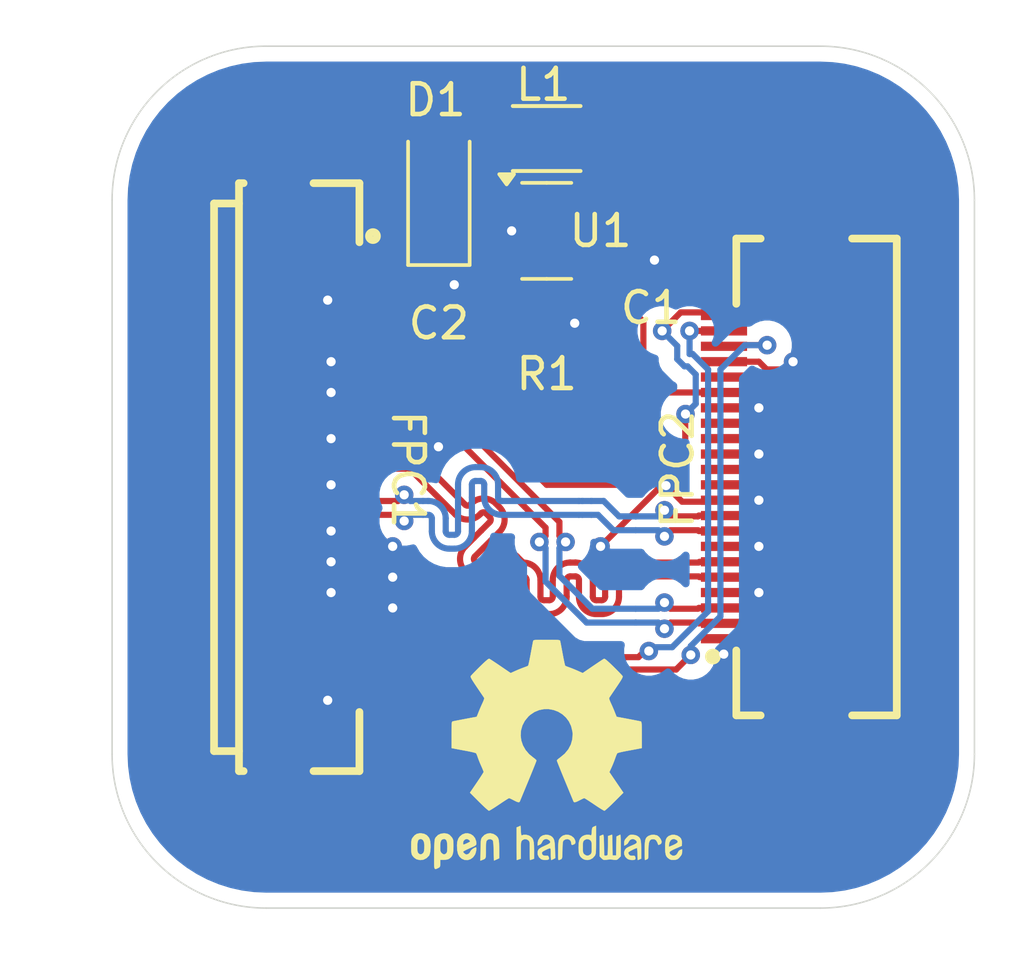
<source format=kicad_pcb>
(kicad_pcb (version 20241229) (generator "pcbnew") (generator_version "9.0")
  (layers (0 "F.Cu" signal) (2 "B.Cu" signal) (13 "F.Paste" user) (15 "B.Paste" user) (5 "F.SilkS" user "F.Silkscreen") (7 "B.SilkS" user "B.Silkscreen") (1 "F.Mask" user) (3 "B.Mask" user) (25 "Edge.Cuts" user))
  (net 0 "")
  (net 1 "GND")
  (net 2 "Net-(D1-A)")
  (net 3 "/DSI_CLK_N")
  (net 4 "/DSI_1_P")
  (net 5 "/DSI_CLK_P")
  (net 6 "/DSI_0_P")
  (net 7 "/RESET")
  (net 8 "/SCL")
  (net 9 "/ANODE")
  (net 10 "/VCC")
  (net 11 "/DSI_1_N")
  (net 12 "/SDA")
  (net 13 "/DSI_0_N")
  (net 14 "Net-(U1-FB)")
  (net 16 "/PWM")
  (footprint "PCM_JLCPCB:R_0805" (layer "F.Cu") (at 112 60.5 180)
    (property "Reference" "R1" (at 0 -1.65 0) (layer "F.SilkS"))
    (property "Value" "33Ω")
    (pad "1" smd roundrect (at -0.91 0 180) (size 1.02 1.4) (layers "F.Cu" "F.Mask" "F.Paste") (roundrect_rratio 0.243902) (net 1 "GND"))
    (pad "2" smd roundrect (at 0.91 0 180) (size 1.02 1.4) (layers "F.Cu" "F.Mask" "F.Paste") (roundrect_rratio 0.243902) (net 14 "Net-(U1-FB)"))
  )
  (footprint "MLZ2012N100LT000:INDC2012X145N" (layer "F.Cu") (at 112 54.5 180)
    (property "Reference" "L1" (at 0.11 1.75 0) (layer "F.SilkS"))
    (property "Value" "MLZ2012N100LT000" (hide yes))
    (pad "1" smd rect (at -0.86 0 180) (size 1.2 1.47) (layers "F.Cu" "F.Mask" "F.Paste") (net 10 "/VCC"))
    (pad "2" smd rect (at 0.86 0 180) (size 1.2 1.47) (layers "F.Cu" "F.Mask" "F.Paste") (net 2 "Net-(D1-A)"))
  )
  (footprint "PCM_JLCPCB:C_0402" (layer "F.Cu") (at 108.5 59.25)
    (property "Reference" "C2" (at 0 1.25 0) (layer "F.SilkS"))
    (property "Value" "1uF")
    (pad "1" smd roundrect (at -0.5 0) (size 0.56 0.62) (layers "F.Cu" "F.Mask" "F.Paste") (net 9 "/ANODE"))
    (pad "2" smd roundrect (at 0.5 0) (size 0.56 0.62) (layers "F.Cu" "F.Mask" "F.Paste") (net 1 "GND"))
  )
  (footprint "Symbol:OSHW-Logo2_9.8x8mm_SilkScreen" (layer "F.Cu") (at 112 74.5)
    (property "Reference" "REF**" (hide yes))
    (property "Value" "OSHW-Logo2_9.8x8mm_SilkScreen" (hide yes))
  )
  (footprint "Diode_SMD:D_SOD-123" (layer "F.Cu") (at 108.5 56.25 90)
    (property "Reference" "D1" (at 3 -0.11 180) (layer "F.SilkS"))
    (property "Value" "MBR0530" (hide yes))
    (pad "1" smd roundrect (at -1.65 0 90) (size 0.9 1.2) (layers "F.Cu" "F.Mask" "F.Paste") (net 9 "/ANODE"))
    (pad "2" smd roundrect (at 1.65 0 90) (size 0.9 1.2) (layers "F.Cu" "F.Mask" "F.Paste") (net 2 "Net-(D1-A)"))
  )
  (footprint "easyeda2kicad:FPC-SMD_30P-P0.50_XUNPU_FPC-05F-30PH15" (layer "F.Cu") (at 104.65 65.5 -90)
    (property "Reference" "FPC1" (at -0.25 -2.85 270) (layer "F.SilkS"))
    (property "Value" "FPC-05F-30PH15")
    (pad "1" smd rect (at -7.25 -1.35 270) (size 0.3 0.9) (layers "F.Cu" "F.Mask" "F.Paste") (net 14 "Net-(U1-FB)"))
    (pad "2" smd rect (at -6.75 -1.35 270) (size 0.3 0.9) (layers "F.Cu" "F.Mask" "F.Paste") (net 14 "Net-(U1-FB)"))
    (pad "3" smd rect (at -6.25 -1.35 270) (size 0.3 0.9) (layers "F.Cu" "F.Mask" "F.Paste") (net 9 "/ANODE"))
    (pad "4" smd rect (at -5.75 -1.35 270) (size 0.3 0.9) (layers "F.Cu" "F.Mask" "F.Paste") (net 1 "GND"))
    (pad "5" smd rect (at -5.25 -1.35 270) (size 0.3 0.9) (layers "F.Cu" "F.Mask" "F.Paste") (net 7 "/RESET"))
    (pad "6" smd rect (at -4.75 -1.35 270) (size 0.3 0.9) (layers "F.Cu" "F.Mask" "F.Paste") (net 1 "GND"))
    (pad "7" smd rect (at -4.25 -1.35 270) (size 0.3 0.9) (layers "F.Cu" "F.Mask" "F.Paste") (net 10 "/VCC"))
    (pad "8" smd rect (at -3.75 -1.35 270) (size 0.3 0.9) (layers "F.Cu" "F.Mask" "F.Paste") (net 1 "GND"))
    (pad "9" smd rect (at -3.25 -1.35 270) (size 0.3 0.9) (layers "F.Cu" "F.Mask" "F.Paste") (net 10 "/VCC"))
    (pad "10" smd rect (at -2.75 -1.35 270) (size 0.3 0.9) (layers "F.Cu" "F.Mask" "F.Paste") (net 1 "GND"))
    (pad "11" smd rect (at -2.25 -1.35 270) (size 0.3 0.9) (layers "F.Cu" "F.Mask" "F.Paste") (net 6 "/DSI_0_P"))
    (pad "12" smd rect (at -1.75 -1.35 270) (size 0.3 0.9) (layers "F.Cu" "F.Mask" "F.Paste") (net 13 "/DSI_0_N"))
    (pad "13" smd rect (at -1.25 -1.35 270) (size 0.3 0.9) (layers "F.Cu" "F.Mask" "F.Paste") (net 1 "GND"))
    (pad "14" smd rect (at -0.75 -1.35 270) (size 0.3 0.9) (layers "F.Cu" "F.Mask" "F.Paste") (net 4 "/DSI_1_P"))
    (pad "15" smd rect (at -0.25 -1.35 270) (size 0.3 0.9) (layers "F.Cu" "F.Mask" "F.Paste") (net 11 "/DSI_1_N"))
    (pad "16" smd rect (at 0.25 -1.35 270) (size 0.3 0.9) (layers "F.Cu" "F.Mask" "F.Paste") (net 1 "GND"))
    (pad "17" smd rect (at 0.75 -1.35 270) (size 0.3 0.9) (layers "F.Cu" "F.Mask" "F.Paste") (net 5 "/DSI_CLK_P"))
    (pad "18" smd rect (at 1.25 -1.35 270) (size 0.3 0.9) (layers "F.Cu" "F.Mask" "F.Paste") (net 3 "/DSI_CLK_N"))
    (pad "19" smd rect (at 1.75 -1.35 270) (size 0.3 0.9) (layers "F.Cu" "F.Mask" "F.Paste") (net 1 "GND"))
    (pad "20" smd rect (at 2.25 -1.35 270) (size 0.3 0.9) (layers "F.Cu" "F.Mask" "F.Paste") (net 1 "GND"))
    (pad "21" smd rect (at 2.75 -1.35 270) (size 0.3 0.9) (layers "F.Cu" "F.Mask" "F.Paste") (net 1 "GND"))
    (pad "22" smd rect (at 3.25 -1.35 270) (size 0.3 0.9) (layers "F.Cu" "F.Mask" "F.Paste") (net 1 "GND"))
    (pad "23" smd rect (at 3.75 -1.35 270) (size 0.3 0.9) (layers "F.Cu" "F.Mask" "F.Paste") (net 1 "GND"))
    (pad "24" smd rect (at 4.25 -1.35 270) (size 0.3 0.9) (layers "F.Cu" "F.Mask" "F.Paste") (net 1 "GND"))
    (pad "25" smd rect (at 4.75 -1.35 270) (size 0.3 0.9) (layers "F.Cu" "F.Mask" "F.Paste"))
    (pad "26" smd rect (at 5.25 -1.35 270) (size 0.3 0.9) (layers "F.Cu" "F.Mask" "F.Paste") (net 12 "/SDA"))
    (pad "27" smd rect (at 5.75 -1.35 270) (size 0.3 0.9) (layers "F.Cu" "F.Mask" "F.Paste") (net 8 "/SCL"))
    (pad "28" smd rect (at 6.25 -1.35 270) (size 0.3 0.9) (layers "F.Cu" "F.Mask" "F.Paste") (net 7 "/RESET"))
    (pad "29" smd rect (at 6.75 -1.35 270) (size 0.3 0.9) (layers "F.Cu" "F.Mask" "F.Paste") (net 10 "/VCC"))
    (pad "30" smd rect (at 7.25 -1.35 270) (size 0.3 0.9) (layers "F.Cu" "F.Mask" "F.Paste") (net 1 "GND"))
    (pad "31" smd rect (at 9.4 1.35 270) (size 1.1 1.8) (layers "F.Cu" "F.Mask" "F.Paste"))
    (pad "32" smd rect (at -9.4 1.35 270) (size 1.1 1.8) (layers "F.Cu" "F.Mask" "F.Paste"))
  )
  (footprint "Package_TO_SOT_SMD:SOT-23-5" (layer "F.Cu") (at 112 57.5)
    (property "Reference" "U1" (at 1.75 0 0) (layer "F.SilkS"))
    (property "Value" "TPS61041DBV")
    (pad "1" smd roundrect (at -1.1375 -0.95) (size 1.325 0.6) (layers "F.Cu" "F.Mask" "F.Paste") (net 2 "Net-(D1-A)"))
    (pad "2" smd roundrect (at -1.1375 0) (size 1.325 0.6) (layers "F.Cu" "F.Mask" "F.Paste") (net 1 "GND"))
    (pad "3" smd roundrect (at -1.1375 0.95) (size 1.325 0.6) (layers "F.Cu" "F.Mask" "F.Paste") (net 14 "Net-(U1-FB)"))
    (pad "4" smd roundrect (at 1.1375 0.95) (size 1.325 0.6) (layers "F.Cu" "F.Mask" "F.Paste") (net 16 "/PWM"))
    (pad "5" smd roundrect (at 1.1375 -0.95) (size 1.325 0.6) (layers "F.Cu" "F.Mask" "F.Paste") (net 10 "/VCC"))
  )
  (footprint "easyeda2kicad:FPC-SMD_22P-P0.50_FPC-05F-22PH20" (layer "F.Cu") (at 119.0975 65.5 90)
    (property "Reference" "FPC2" (at 0.25 -2.8475 90) (layer "F.SilkS"))
    (property "Value" "FPC-05F-22PH20")
    (pad "1" smd rect (at -5.25 -1.34 90) (size 0.3 1.5) (layers "F.Cu" "F.Mask" "F.Paste") (net 1 "GND"))
    (pad "2" smd rect (at -4.75 -1.34 90) (size 0.3 1.5) (layers "F.Cu" "F.Mask" "F.Paste") (net 13 "/DSI_0_N"))
    (pad "3" smd rect (at -4.25 -1.34 90) (size 0.3 1.5) (layers "F.Cu" "F.Mask" "F.Paste") (net 6 "/DSI_0_P"))
    (pad "4" smd rect (at -3.75 -1.34 90) (size 0.3 1.5) (layers "F.Cu" "F.Mask" "F.Paste") (net 1 "GND"))
    (pad "5" smd rect (at -3.25 -1.34 90) (size 0.3 1.5) (layers "F.Cu" "F.Mask" "F.Paste") (net 11 "/DSI_1_N"))
    (pad "6" smd rect (at -2.75 -1.34 90) (size 0.3 1.5) (layers "F.Cu" "F.Mask" "F.Paste") (net 4 "/DSI_1_P"))
    (pad "7" smd rect (at -2.25 -1.34 90) (size 0.3 1.5) (layers "F.Cu" "F.Mask" "F.Paste") (net 1 "GND"))
    (pad "8" smd rect (at -1.75 -1.34 90) (size 0.3 1.5) (layers "F.Cu" "F.Mask" "F.Paste") (net 3 "/DSI_CLK_N"))
    (pad "9" smd rect (at -1.25 -1.34 90) (size 0.3 1.5) (layers "F.Cu" "F.Mask" "F.Paste") (net 5 "/DSI_CLK_P"))
    (pad "10" smd rect (at -0.75 -1.34 90) (size 0.3 1.5) (layers "F.Cu" "F.Mask" "F.Paste") (net 1 "GND"))
    (pad "11" smd rect (at -0.25 -1.34 90) (size 0.3 1.5) (layers "F.Cu" "F.Mask" "F.Paste"))
    (pad "12" smd rect (at 0.25 -1.34 90) (size 0.3 1.5) (layers "F.Cu" "F.Mask" "F.Paste"))
    (pad "13" smd rect (at 0.75 -1.34 90) (size 0.3 1.5) (layers "F.Cu" "F.Mask" "F.Paste") (net 1 "GND"))
    (pad "14" smd rect (at 1.25 -1.34 90) (size 0.3 1.5) (layers "F.Cu" "F.Mask" "F.Paste"))
    (pad "15" smd rect (at 1.75 -1.34 90) (size 0.3 1.5) (layers "F.Cu" "F.Mask" "F.Paste"))
    (pad "16" smd rect (at 2.25 -1.34 90) (size 0.3 1.5) (layers "F.Cu" "F.Mask" "F.Paste") (net 1 "GND"))
    (pad "17" smd rect (at 2.75 -1.34 90) (size 0.3 1.5) (layers "F.Cu" "F.Mask" "F.Paste") (net 16 "/PWM"))
    (pad "18" smd rect (at 3.25 -1.34 90) (size 0.3 1.5) (layers "F.Cu" "F.Mask" "F.Paste") (net 7 "/RESET"))
    (pad "19" smd rect (at 3.75 -1.34 90) (size 0.3 1.5) (layers "F.Cu" "F.Mask" "F.Paste") (net 1 "GND"))
    (pad "20" smd rect (at 4.25 -1.34 90) (size 0.3 1.5) (layers "F.Cu" "F.Mask" "F.Paste") (net 8 "/SCL"))
    (pad "21" smd rect (at 4.75 -1.34 90) (size 0.3 1.5) (layers "F.Cu" "F.Mask" "F.Paste") (net 12 "/SDA"))
    (pad "22" smd rect (at 5.25 -1.34 90) (size 0.3 1.5) (layers "F.Cu" "F.Mask" "F.Paste") (net 10 "/VCC"))
    (pad "23" smd rect (at 6.94 1.34 90) (size 2 2.5) (layers "F.Cu" "F.Mask" "F.Paste"))
    (pad "24" smd rect (at -6.94 1.34 90) (size 2 2.5) (layers "F.Cu" "F.Mask" "F.Paste"))
  )
  (footprint "PCM_JLCPCB:C_0805" (layer "F.Cu") (at 115.5 57.5 -90)
    (property "Reference" "C1" (at 2.5 0.11 180) (layer "F.SilkS"))
    (property "Value" "4.7uF")
    (pad "1" smd roundrect (at -0.95 0 270) (size 1 1.45) (layers "F.Cu" "F.Mask" "F.Paste") (net 10 "/VCC"))
    (pad "2" smd roundrect (at 0.95 0 270) (size 1 1.45) (layers "F.Cu" "F.Mask" "F.Paste") (net 1 "GND"))
  )
  (gr_arc (start 97.89 56.5) (mid 99.354466 52.964466) (end 102.89 51.5) (stroke (width 0.05)) (layer "Edge.Cuts"))
  (gr_line (start 102.89 51.5) (end 120.89 51.5) (stroke (width 0.05)) (layer "Edge.Cuts"))
  (gr_line (start 97.89 74.5) (end 97.89 56.5) (stroke (width 0.05)) (layer "Edge.Cuts"))
  (gr_line (start 120.89 79.5) (end 102.89 79.5) (stroke (width 0.05)) (layer "Edge.Cuts"))
  (gr_arc (start 125.89 74.5) (mid 124.425534 78.035534) (end 120.89 79.5) (stroke (width 0.05)) (layer "Edge.Cuts"))
  (gr_arc (start 102.89 79.5) (mid 99.354466 78.035534) (end 97.89 74.5) (stroke (width 0.05)) (layer "Edge.Cuts"))
  (gr_arc (start 120.89 51.5) (mid 124.425534 52.964466) (end 125.89 56.5) (stroke (width 0.05)) (layer "Edge.Cuts"))
  (gr_line (start 125.89 56.5) (end 125.89 74.5) (stroke (width 0.05)) (layer "Edge.Cuts"))
  (segment (start 117.89 66.25) (end 118.89 66.25) (width 0.2) (layer "F.Cu") (net 1))
  (segment (start 117.7575 70.75) (end 117.7575 71.2425) (width 0.2) (layer "F.Cu") (net 1))
  (segment (start 105.89 60.75) (end 105.841 60.799) (width 0.2) (layer "F.Cu") (net 1))
  (segment (start 118.89 61.75) (end 119.141923 62.001923) (width 0.2) (layer "F.Cu") (net 1))
  (segment (start 118.7595 67.75) (end 118.8085 67.701) (width 0.2) (layer "F.Cu") (net 1))
  (segment (start 106 69.75) (end 107 69.75) (width 0.2) (layer "F.Cu") (net 1))
  (segment (start 105.89 72.75) (end 104.89 72.75) (width 0.2) (layer "F.Cu") (net 1))
  (segment (start 115.874738 65.775075) (end 115.724925 65.775075) (width 0.2) (layer "F.Cu") (net 1))
  (segment (start 106 59.75) (end 106.702 59.75) (width 0.2) (layer "F.Cu") (net 1))
  (segment (start 117.7575 67.75) (end 118.7595 67.75) (width 0.2) (layer "F.Cu") (net 1))
  (segment (start 108.223272 64.25) (end 108.486636 64.513364) (width 0.2) (layer "F.Cu") (net 1))
  (segment (start 118.8085 66.299) (end 116.398663 66.299) (width 0.2) (layer "F.Cu") (net 1))
  (segment (start 116.398663 66.299) (end 115.874738 65.775075) (width 0.2) (layer "F.Cu") (net 1))
  (segment (start 105 64.25) (end 105.89 64.25) (width 0.2) (layer "F.Cu") (net 1))
  (segment (start 106 69.25) (end 105 69.25) (width 0.2) (layer "F.Cu") (net 1))
  (segment (start 106.751 59.799) (end 106.751 60.548) (width 0.2) (layer "F.Cu") (net 1))
  (segment (start 106 67.75) (end 107 67.75) (width 0.2) (layer "F.Cu") (net 1))
  (segment (start 106.702 59.75) (end 106.751 59.799) (width 0.2) (layer "F.Cu") (net 1))
  (segment (start 119.748077 62.001923) (end 120 61.75) (width 0.2) (layer "F.Cu") (net 1))
  (segment (start 117.89 61.75) (end 118.89 61.75) (width 0.2) (layer "F.Cu") (net 1))
  (segment (start 106.751 60.548) (end 106.549 60.75) (width 0.2) (layer "F.Cu") (net 1))
  (segment (start 117.7575 71.2425) (end 117.75 71.25) (width 0.2) (layer "F.Cu") (net 1))
  (segment (start 105 67.25) (end 105.89 67.25) (width 0.2) (layer "F.Cu") (net 1))
  (segment (start 117.89 67.75) (end 118.89 67.75) (width 0.2) (layer "F.Cu") (net 1))
  (segment (start 105 62.75) (end 105.89 62.75) (width 0.2) (layer "F.Cu") (net 1))
  (segment (start 105 65.75) (end 105.89 65.75) (width 0.2) (layer "F.Cu") (net 1))
  (segment (start 106 68.25) (end 105 68.25) (width 0.2) (layer "F.Cu") (net 1))
  (segment (start 104.89 61.75) (end 105.89 61.75) (width 0.2) (layer "F.Cu") (net 1))
  (segment (start 105.94 59.75) (end 104.89 59.75) (width 0.2) (layer "F.Cu") (net 1))
  (segment (start 105.94 60.75) (end 105.89 60.75) (width 0.2) (layer "F.Cu") (net 1))
  (segment (start 117.89 64.75) (end 118.89 64.75) (width 0.2) (layer "F.Cu") (net 1))
  (segment (start 115.724925 65.775075) (end 113.75 67.75) (width 0.2) (layer "F.Cu") (net 1))
  (segment (start 117.89 69.25) (end 118.89 69.25) (width 0.2) (layer "F.Cu") (net 1))
  (segment (start 117.89 63.25) (end 118.89 63.25) (width 0.2) (layer "F.Cu") (net 1))
  (segment (start 110.8625 57.5) (end 110.5 57.5) (width 0.2) (layer "F.Cu") (net 1))
  (segment (start 106.549 60.75) (end 106 60.75) (width 0.2) (layer "F.Cu") (net 1))
  (segment (start 106 68.75) (end 107 68.75) (width 0.2) (layer "F.Cu") (net 1))
  (segment (start 119.141923 62.001923) (end 119.748077 62.001923) (width 0.2) (layer "F.Cu") (net 1))
  (segment (start 106 64.25) (end 108.223272 64.25) (width 0.2) (layer "F.Cu") (net 1))
  (segment (start 109 59) (end 109 59.25) (width 0.2) (layer "F.Cu") (net 1))
  (via (at 110.8625 57.5) (size 0.6) (drill 0.3) (layers "F.Cu" "B.Cu") (net 1))
  (via (at 112.91 60.5) (size 0.6) (drill 0.3) (layers "F.Cu" "B.Cu") (net 1))
  (via (at 105 69.25) (size 0.6) (drill 0.3) (layers "F.Cu" "B.Cu") (net 1))
  (via (at 117.75 71.25) (size 0.6) (drill 0.3) (layers "F.Cu" "B.Cu") (net 1))
  (via (at 105 65.75) (size 0.6) (drill 0.3) (layers "F.Cu" "B.Cu") (net 1))
  (via (at 104.89 59.75) (size 0.6) (drill 0.3) (layers "F.Cu" "B.Cu") (net 1))
  (via (at 105 64.25) (size 0.6) (drill 0.3) (layers "F.Cu" "B.Cu") (net 1))
  (via (at 118.89 63.25) (size 0.6) (drill 0.3) (layers "F.Cu" "B.Cu") (net 1))
  (via (at 105 67.25) (size 0.6) (drill 0.3) (layers "F.Cu" "B.Cu") (net 1))
  (via (at 105 68.25) (size 0.6) (drill 0.3) (layers "F.Cu" "B.Cu") (net 1))
  (via (at 107 68.75) (size 0.6) (drill 0.3) (layers "F.Cu" "B.Cu") (net 1))
  (via (at 108.486636 64.513364) (size 0.6) (drill 0.3) (layers "F.Cu" "B.Cu") (net 1))
  (via (at 107 69.75) (size 0.6) (drill 0.3) (layers "F.Cu" "B.Cu") (net 1))
  (via (at 115.5 58.45) (size 0.6) (drill 0.3) (layers "F.Cu" "B.Cu") (net 1))
  (via (at 115.874738 65.775075) (size 0.6) (drill 0.3) (layers "F.Cu" "B.Cu") (net 1))
  (via (at 104.89 72.75) (size 0.6) (drill 0.3) (layers "F.Cu" "B.Cu") (net 1))
  (via (at 105 62.75) (size 0.6) (drill 0.3) (layers "F.Cu" "B.Cu") (net 1))
  (via (at 118.89 66.25) (size 0.6) (drill 0.3) (layers "F.Cu" "B.Cu") (net 1))
  (via (at 120 61.75) (size 0.6) (drill 0.3) (layers "F.Cu" "B.Cu") (net 1))
  (via (at 118.89 64.75) (size 0.6) (drill 0.3) (layers "F.Cu" "B.Cu") (net 1))
  (via (at 107 67.75) (size 0.6) (drill 0.3) (layers "F.Cu" "B.Cu") (net 1))
  (via (at 118.89 67.75) (size 0.6) (drill 0.3) (layers "F.Cu" "B.Cu") (net 1))
  (via (at 118.89 69.25) (size 0.6) (drill 0.3) (layers "F.Cu" "B.Cu") (net 1))
  (via (at 109 59.25) (size 0.6) (drill 0.3) (layers "F.Cu" "B.Cu") (net 1))
  (via (at 105 61.75) (size 0.6) (drill 0.3) (layers "F.Cu" "B.Cu") (net 1))
  (via (at 113.75 67.75) (size 0.6) (drill 0.3) (layers "F.Cu" "B.Cu") (net 1))
  (segment (start 110.8625 57.5) (end 110.75 57.5) (width 0.2) (layer "B.Cu") (net 1))
  (segment (start 111.39 54.5) (end 108.9 54.5) (width 0.2) (layer "F.Cu") (net 2))
  (segment (start 110.8625 56.55) (end 111.39 56.0225) (width 0.2) (layer "F.Cu") (net 2))
  (segment (start 111.39 56.0225) (end 111.39 54.5) (width 0.2) (layer "F.Cu") (net 2))
  (segment (start 115.82472 67.425) (end 116.02472 67.225) (width 0.2) (layer "F.Cu") (net 3))
  (segment (start 116.914999 67.225) (end 116.939999 67.25) (width 0.2) (layer "F.Cu") (net 3))
  (segment (start 116.939999 67.25) (end 117.765 67.25) (width 0.2) (layer "F.Cu") (net 3))
  (segment (start 107.173497 66.725001) (end 107.373496 66.925) (width 0.2) (layer "F.Cu") (net 3))
  (segment (start 116.02472 67.225) (end 116.914999 67.225) (width 0.2) (layer "F.Cu") (net 3))
  (segment (start 105.89 66.75) (end 105.914999 66.725001) (width 0.2) (layer "F.Cu") (net 3))
  (segment (start 105.964999 66.725001) (end 107.173497 66.725001) (width 0.2) (layer "F.Cu") (net 3))
  (segment (start 105.94 66.75) (end 105.964999 66.725001) (width 0.2) (layer "F.Cu") (net 3))
  (via (at 115.82472 67.425) (size 0.6) (drill 0.3) (layers "F.Cu" "B.Cu") (net 3))
  (via (at 107.373496 66.925) (size 0.6) (drill 0.3) (layers "F.Cu" "B.Cu") (net 3))
  (segment (start 108.15705 66.725) (end 107.98705 66.725) (width 0.2) (layer "B.Cu") (net 3))
  (segment (start 113.451734 66.725) (end 113.160266 66.725) (width 0.2) (layer "B.Cu") (net 3))
  (segment (start 113.043679 66.725) (end 110.53705 66.725) (width 0.2) (layer "B.Cu") (net 3))
  (segment (start 109.57205 66.84) (end 109.57205 67.258954) (width 0.2) (layer "B.Cu") (net 3))
  (segment (start 115.82472 67.425) (end 115.624721 67.225001) (width 0.2) (layer "B.Cu") (net 3))
  (segment (start 115.624721 67.225001) (end 114.890001 67.225001) (width 0.2) (layer "B.Cu") (net 3))
  (segment (start 113.160266 66.725) (end 113.043679 66.725) (width 0.2) (layer "B.Cu") (net 3))
  (segment (start 113.664812 66.725) (end 113.451734 66.725) (width 0.2) (layer "B.Cu") (net 3))
  (segment (start 108.27205 67.258954) (end 108.27205 66.84) (width 0.2) (layer "B.Cu") (net 3))
  (segment (start 114.890001 67.225001) (end 114.89 67.225) (width 0.2) (layer "B.Cu") (net 3))
  (segment (start 107.98705 66.725) (end 107.573496 66.725) (width 0.2) (layer "B.Cu") (net 3))
  (segment (start 107.573496 66.725) (end 107.373496 66.925) (width 0.2) (layer "B.Cu") (net 3))
  (segment (start 109.57205 65.741046) (end 109.57205 66.16) (width 0.2) (layer "B.Cu") (net 3))
  (segment (start 109.97205 66.16) (end 109.97205 65.741046) (width 0.2) (layer "B.Cu") (net 3))
  (segment (start 109.85705 65.626046) (end 109.68705 65.626046) (width 0.2) (layer "B.Cu") (net 3))
  (segment (start 109.00705 67.823954) (end 108.83705 67.823954) (width 0.2) (layer "B.Cu") (net 3))
  (segment (start 114.164812 67.225) (end 113.664812 66.725) (width 0.2) (layer "B.Cu") (net 3))
  (segment (start 109.57205 66.16) (end 109.57205 66.84) (width 0.2) (layer "B.Cu") (net 3))
  (segment (start 114.89 67.225) (end 114.164812 67.225) (width 0.2) (layer "B.Cu") (net 3))
  (arc (start 110.53705 66.725) (mid 110.137535 66.559515) (end 109.97205 66.16) (width 0.2) (layer "B.Cu") (net 3))
  (arc (start 108.83705 67.823954) (mid 108.437535 67.658469) (end 108.27205 67.258954) (width 0.2) (layer "B.Cu") (net 3))
  (arc (start 109.68705 65.626046) (mid 109.605733 65.659729) (end 109.57205 65.741046) (width 0.2) (layer "B.Cu") (net 3))
  (arc (start 109.57205 67.258954) (mid 109.406565 67.658469) (end 109.00705 67.823954) (width 0.2) (layer "B.Cu") (net 3))
  (arc (start 108.27205 66.84) (mid 108.238367 66.758683) (end 108.15705 66.725) (width 0.2) (layer "B.Cu") (net 3))
  (arc (start 109.97205 65.741046) (mid 109.938367 65.659729) (end 109.85705 65.626046) (width 0.2) (layer "B.Cu") (net 3))
  (segment (start 109.352207 66.394009) (end 109.231999 66.273802) (width 0.2) (layer "F.Cu") (net 4))
  (segment (start 110.46903 66.479266) (end 110.348821 66.359057) (width 0.2) (layer "F.Cu") (net 4))
  (segment (start 114.940001 68.274999) (end 114.940002 68.275) (width 0.2) (layer "F.Cu") (net 4))
  (segment (start 113.898198 69.385) (end 113.898198 68.84) (width 0.2) (layer "F.Cu") (net 4))
  (segment (start 109.791045 68.35933) (end 109.670836 68.239121) (width 0.2) (layer "F.Cu") (net 4))
  (segment (start 109.670837 68.076487) (end 109.953245 67.794076) (width 0.2) (layer "F.Cu") (net 4))
  (segment (start 114.940002 68.275) (end 116.939999 68.275) (width 0.2) (layer "F.Cu") (net 4))
  (segment (start 111.798198 68.84) (end 111.798198 69.385) (width 0.2) (layer "F.Cu") (net 4))
  (segment (start 113.498198 68.84) (end 113.498198 69.385) (width 0.2) (layer "F.Cu") (net 4))
  (segment (start 109.231999 66.273802) (end 107.733198 64.775) (width 0.2) (layer "F.Cu") (net 4))
  (segment (start 113.613198 69.5) (end 113.783198 69.5) (width 0.2) (layer "F.Cu") (net 4))
  (segment (start 110.193662 67.553662) (end 110.434077 67.313246) (width 0.2) (layer "F.Cu") (net 4))
  (segment (start 109.549794 66.359057) (end 109.514841 66.394009) (width 0.2) (layer "F.Cu") (net 4))
  (segment (start 114.463198 68.275) (end 114.633198 68.275) (width 0.2) (layer "F.Cu") (net 4))
  (segment (start 106.890001 64.775) (end 106.865001 64.75) (width 0.2) (layer "F.Cu") (net 4))
  (segment (start 110.193661 67.55366) (end 110.193662 67.553662) (width 0.2) (layer "F.Cu") (net 4))
  (segment (start 111.233198 68.275) (end 111.03512 68.076922) (width 0.2) (layer "F.Cu") (net 4))
  (segment (start 110.434077 67.313246) (end 110.46903 67.278294) (width 0.2) (layer "F.Cu") (net 4))
  (segment (start 107.733198 64.775) (end 106.890001 64.775) (width 0.2) (layer "F.Cu") (net 4))
  (segment (start 111.913198 69.5) (end 112.083198 69.5) (width 0.2) (layer "F.Cu") (net 4))
  (segment (start 112.763198 68.275) (end 112.933198 68.275) (width 0.2) (layer "F.Cu") (net 4))
  (segment (start 114.640001 68.274999) (end 114.940001 68.274999) (width 0.2) (layer "F.Cu") (net 4))
  (segment (start 114.633198 68.275) (end 114.64 68.275) (width 0.2) (layer "F.Cu") (net 4))
  (segment (start 106.865001 64.75) (end 105.89 64.75) (width 0.2) (layer "F.Cu") (net 4))
  (segment (start 114.64 68.275) (end 114.640001 68.274999) (width 0.2) (layer "F.Cu") (net 4))
  (segment (start 111.03512 68.076922) (end 111.035118 68.076921) (width 0.2) (layer "F.Cu") (net 4))
  (segment (start 116.964999 68.25) (end 117.94 68.25) (width 0.2) (layer "F.Cu") (net 4))
  (segment (start 109.953245 67.794076) (end 110.193661 67.55366) (width 0.2) (layer "F.Cu") (net 4))
  (segment (start 110.23609 68.076921) (end 109.953681 68.359331) (width 0.2) (layer "F.Cu") (net 4))
  (segment (start 112.198198 69.385) (end 112.198198 68.84) (width 0.2) (layer "F.Cu") (net 4))
  (arc (start 113.498198 69.385) (mid 113.531881 69.466317) (end 113.613198 69.5) (width 0.2) (layer "F.Cu") (net 4))
  (arc (start 111.035118 68.076921) (mid 110.635604 67.911437) (end 110.23609 68.076921) (width 0.2) (layer "F.Cu") (net 4))
  (arc (start 112.083198 69.5) (mid 112.164515 69.466317) (end 112.198198 69.385) (width 0.2) (layer "F.Cu") (net 4))
  (arc (start 110.46903 67.278294) (mid 110.634514 66.87878) (end 110.46903 66.479266) (width 0.2) (layer "F.Cu") (net 4))
  (arc (start 113.898198 68.84) (mid 114.063683 68.440485) (end 114.463198 68.275) (width 0.2) (layer "F.Cu") (net 4))
  (arc (start 109.670836 68.239121) (mid 109.637153 68.157804) (end 109.670837 68.076487) (width 0.2) (layer "F.Cu") (net 4))
  (arc (start 113.783198 69.5) (mid 113.864515 69.466317) (end 113.898198 69.385) (width 0.2) (layer "F.Cu") (net 4))
  (arc (start 112.198198 68.84) (mid 112.363683 68.440485) (end 112.763198 68.275) (width 0.2) (layer "F.Cu") (net 4))
  (arc (start 109.953681 68.359331) (mid 109.872362 68.393013) (end 109.791045 68.35933) (width 0.2) (layer "F.Cu") (net 4))
  (arc (start 112.933198 68.275) (mid 113.332713 68.440485) (end 113.498198 68.84) (width 0.2) (layer "F.Cu") (net 4))
  (arc (start 111.798198 69.385) (mid 111.831881 69.466317) (end 111.913198 69.5) (width 0.2) (layer "F.Cu") (net 4))
  (arc (start 109.514841 66.394009) (mid 109.433524 66.427692) (end 109.352207 66.394009) (width 0.2) (layer "F.Cu") (net 4))
  (arc (start 110.348821 66.359057) (mid 109.949308 66.193573) (end 109.549794 66.359057) (width 0.2) (layer "F.Cu") (net 4))
  (arc (start 111.233198 68.275) (mid 111.632713 68.440485) (end 111.798198 68.84) (width 0.2) (layer "F.Cu") (net 4))
  (segment (start 116.02472 66.775) (end 116.914999 66.775) (width 0.2) (layer "F.Cu") (net 5))
  (segment (start 105.94 66.25) (end 105.964999 66.274999) (width 0.2) (layer "F.Cu") (net 5))
  (segment (start 107.173497 66.274999) (end 107.373496 66.075) (width 0.2) (layer "F.Cu") (net 5))
  (segment (start 116.914999 66.775) (end 116.939999 66.75) (width 0.2) (layer "F.Cu") (net 5))
  (segment (start 105.964999 66.274999) (end 107.173497 66.274999) (width 0.2) (layer "F.Cu") (net 5))
  (segment (start 116.939999 66.75) (end 117.765 66.75) (width 0.2) (layer "F.Cu") (net 5))
  (segment (start 105.89 66.25) (end 105.914999 66.274999) (width 0.2) (layer "F.Cu") (net 5))
  (segment (start 115.82472 66.575) (end 116.02472 66.775) (width 0.2) (layer "F.Cu") (net 5))
  (segment (start 117.765 66.75) (end 117.28758 66.75) (width 0.2) (layer "F.Cu") (net 5))
  (via (at 107.373496 66.075) (size 0.6) (drill 0.3) (layers "F.Cu" "B.Cu") (net 5))
  (via (at 115.82472 66.575) (size 0.6) (drill 0.3) (layers "F.Cu" "B.Cu") (net 5))
  (segment (start 109.00705 67.373954) (end 108.83705 67.373954) (width 0.2) (layer "B.Cu") (net 5))
  (segment (start 114.890001 66.774999) (end 114.89 66.775) (width 0.2) (layer "B.Cu") (net 5))
  (segment (start 115.82472 66.575) (end 115.624721 66.774999) (width 0.2) (layer "B.Cu") (net 5))
  (segment (start 109.12205 66.84) (end 109.12205 67.258954) (width 0.2) (layer "B.Cu") (net 5))
  (segment (start 114.89 66.775) (end 114.351208 66.775) (width 0.2) (layer "B.Cu") (net 5))
  (segment (start 114.351208 66.775) (end 113.851208 66.275) (width 0.2) (layer "B.Cu") (net 5))
  (segment (start 110.42205 66.16) (end 110.42205 65.741046) (width 0.2) (layer "B.Cu") (net 5))
  (segment (start 113.043679 66.275) (end 110.53705 66.275) (width 0.2) (layer "B.Cu") (net 5))
  (segment (start 109.12205 66.16) (end 109.12205 66.84) (width 0.2) (layer "B.Cu") (net 5))
  (segment (start 107.98705 66.275) (end 107.573496 66.275) (width 0.2) (layer "B.Cu") (net 5))
  (segment (start 108.15705 66.275) (end 107.98705 66.275) (width 0.2) (layer "B.Cu") (net 5))
  (segment (start 113.851208 66.275) (end 113.451734 66.275) (width 0.2) (layer "B.Cu") (net 5))
  (segment (start 113.451734 66.275) (end 113.160266 66.275) (width 0.2) (layer "B.Cu") (net 5))
  (segment (start 109.85705 65.176046) (end 109.68705 65.176046) (width 0.2) (layer "B.Cu") (net 5))
  (segment (start 113.160266 66.275) (end 113.043679 66.275) (width 0.2) (layer "B.Cu") (net 5))
  (segment (start 109.12205 65.741046) (end 109.12205 66.16) (width 0.2) (layer "B.Cu") (net 5))
  (segment (start 115.624721 66.774999) (end 114.890001 66.774999) (width 0.2) (layer "B.Cu") (net 5))
  (segment (start 107.573496 66.275) (end 107.373496 66.075) (width 0.2) (layer "B.Cu") (net 5))
  (segment (start 108.72205 67.258954) (end 108.72205 66.84) (width 0.2) (layer "B.Cu") (net 5))
  (arc (start 110.42205 65.741046) (mid 110.256565 65.341531) (end 109.85705 65.176046) (width 0.2) (layer "B.Cu") (net 5))
  (arc (start 108.72205 66.84) (mid 108.556565 66.440485) (end 108.15705 66.275) (width 0.2) (layer "B.Cu") (net 5))
  (arc (start 110.53705 66.275) (mid 110.455733 66.241317) (end 110.42205 66.16) (width 0.2) (layer "B.Cu") (net 5))
  (arc (start 108.83705 67.373954) (mid 108.755733 67.340271) (end 108.72205 67.258954) (width 0.2) (layer "B.Cu") (net 5))
  (arc (start 109.68705 65.176046) (mid 109.287535 65.341531) (end 109.12205 65.741046) (width 0.2) (layer "B.Cu") (net 5))
  (arc (start 109.12205 67.258954) (mid 109.088367 67.340271) (end 109.00705 67.373954) (width 0.2) (layer "B.Cu") (net 5))
  (segment (start 106.790001 63.275) (end 108.733198 63.275) (width 0.2) (layer "F.Cu") (net 6))
  (segment (start 116.939999 69.75) (end 117.765 69.75) (width 0.2) (layer "F.Cu") (net 6))
  (segment (start 116.02472 69.775) (end 116.914999 69.775) (width 0.2) (layer "F.Cu") (net 6))
  (segment (start 108.733198 63.275) (end 112.41414 66.955942) (width 0.2) (layer "F.Cu") (net 6))
  (segment (start 112.41414 66.955942) (end 112.41414 67.406291) (width 0.2) (layer "F.Cu") (net 6))
  (segment (start 106.765001 63.25) (end 106.790001 63.275) (width 0.2) (layer "F.Cu") (net 6))
  (segment (start 116.914999 69.775) (end 116.939999 69.75) (width 0.2) (layer "F.Cu") (net 6))
  (segment (start 105.94 63.25) (end 106.765001 63.25) (width 0.2) (layer "F.Cu") (net 6))
  (segment (start 112.41414 67.406291) (end 112.614139 67.60629) (width 0.2) (layer "F.Cu") (net 6))
  (segment (start 115.82472 69.575) (end 116.02472 69.775) (width 0.2) (layer "F.Cu") (net 6))
  (via (at 112.614139 67.60629) (size 0.6) (drill 0.3) (layers "F.Cu" "B.Cu") (net 6))
  (via (at 115.82472 69.575) (size 0.6) (drill 0.3) (layers "F.Cu" "B.Cu") (net 6))
  (segment (start 114.89 69.775) (end 114.890001 69.774999) (width 0.2) (layer "B.Cu") (net 6))
  (segment (start 112.414139 68.705941) (end 113.483198 69.775) (width 0.2) (layer "B.Cu") (net 6))
  (segment (start 114.890001 69.774999) (end 115.624721 69.774999) (width 0.2) (layer "B.Cu") (net 6))
  (segment (start 113.483198 69.775) (end 114.89 69.775) (width 0.2) (layer "B.Cu") (net 6))
  (segment (start 115.624721 69.774999) (end 115.82472 69.575) (width 0.2) (layer "B.Cu") (net 6))
  (segment (start 112.414139 67.80629) (end 112.414139 68.705941) (width 0.2) (layer "B.Cu") (net 6))
  (segment (start 112.614139 67.60629) (end 112.414139 67.80629) (width 0.2) (layer "B.Cu") (net 6))
  (segment (start 107.702 72.25) (end 107.202 72.25) (width 0.2) (layer "F.Cu") (net 7))
  (segment (start 106.751 73.201) (end 106.601 73.351) (width 0.2) (layer "F.Cu") (net 7))
  (segment (start 107.202 72.25) (end 106.751 72.701) (width 0.2) (layer "F.Cu") (net 7))
  (segment (start 102.998 71.707943) (end 102.998 62.103) (width 0.2) (layer "F.Cu") (net 7))
  (segment (start 119.5 70.349943) (end 117.599943 72.25) (width 0.2) (layer "F.Cu") (net 7))
  (segment (start 117.7575 62.25) (end 118.8229 62.25) (width 0.2) (layer "F.Cu") (net 7))
  (segment (start 106.751 72.701) (end 106.751 73.201) (width 0.2) (layer "F.Cu") (net 7))
  (segment (start 105.149 60.351) (end 105.25 60.25) (width 0.2) (layer "F.Cu") (net 7))
  (segment (start 102.998 62.103) (end 104.75 60.351) (width 0.2) (layer "F.Cu") (net 7))
  (segment (start 105.25 60.25) (end 106 60.25) (width 0.2) (layer "F.Cu") (net 7))
  (segment (start 106.601 73.351) (end 104.641057 73.351) (width 0.2) (layer "F.Cu") (net 7))
  (segment (start 104.641057 60.351) (end 104.75 60.351) (width 0.2) (layer "F.Cu") (net 7))
  (segment (start 118.8229 62.25) (end 119.5 62.9271) (width 0.2) (layer "F.Cu") (net 7))
  (segment (start 117.599943 72.25) (end 107.702 72.25) (width 0.2) (layer "F.Cu") (net 7))
  (segment (start 106 71.75) (end 106.702 71.75) (width 0.2) (layer "F.Cu") (net 7))
  (segment (start 106.702 71.75) (end 106.751 71.799) (width 0.2) (layer "F.Cu") (net 7))
  (segment (start 107.202 72.25) (end 106.702 71.75) (width 0.2) (layer "F.Cu") (net 7))
  (segment (start 104.75 60.351) (end 105.149 60.351) (width 0.2) (layer "F.Cu") (net 7))
  (segment (start 119.5 62.9271) (end 119.5 70.349943) (width 0.2) (layer "F.Cu") (net 7))
  (segment (start 104.641057 73.351) (end 102.998 71.707943) (width 0.2) (layer "F.Cu") (net 7))
  (segment (start 107.343669 71.25) (end 105.94 71.25) (width 0.2) (layer "F.Cu") (net 8))
  (segment (start 107.843669 71.75) (end 107.343669 71.25) (width 0.2) (layer "F.Cu") (net 8))
  (segment (start 116.204758 71.75) (end 107.843669 71.75) (width 0.2) (layer "F.Cu") (net 8))
  (segment (start 119.158329 61.213343) (end 117.801657 61.213343) (width 0.2) (layer "F.Cu") (net 8))
  (segment (start 117.801657 61.213343) (end 117.765 61.25) (width 0.2) (layer "F.Cu") (net 8))
  (segment (start 116.678365 71.276393) (end 116.204758 71.75) (width 0.2) (layer "F.Cu") (net 8))
  (via (at 119.158329 61.213343) (size 0.6) (drill 0.3) (layers "F.Cu" "B.Cu") (net 8))
  (via (at 116.678365 71.276393) (size 0.6) (drill 0.3) (layers "F.Cu" "B.Cu") (net 8))
  (segment (start 117.642 62.002) (end 118.430657 61.213343) (width 0.2) (layer "B.Cu") (net 8))
  (segment (start 118.430657 61.213343) (end 119.158329 61.213343) (width 0.2) (layer "B.Cu") (net 8))
  (segment (start 117.642 70.024763) (end 117.642 62.002) (width 0.2) (layer "B.Cu") (net 8))
  (segment (start 116.678365 70.988398) (end 117.642 70.024763) (width 0.2) (layer "B.Cu") (net 8))
  (segment (start 116.678365 71.276393) (end 116.678365 70.988398) (width 0.2) (layer "B.Cu") (net 8))
  (segment (start 105.94 59.25) (end 108 59.25) (width 0.2) (layer "F.Cu") (net 9))
  (segment (start 108.5 57.9) (end 108.5 58.75) (width 0.2) (layer "F.Cu") (net 9))
  (segment (start 108.5 58.75) (end 108 59.25) (width 0.2) (layer "F.Cu") (net 9))
  (segment (start 115.625795 65.174075) (end 115.273738 65.526132) (width 0.2) (layer "F.Cu") (net 10))
  (segment (start 115.273738 65.526132) (end 115.273738 65.659162) (width 0.2) (layer "F.Cu") (net 10))
  (segment (start 106 61.25) (end 106.702 61.25) (width 0.2) (layer "F.Cu") (net 10))
  (segment (start 105.249 61.201) (end 105.951 61.201) (width 0.2) (layer "F.Cu") (net 10))
  (segment (start 112 65.75) (end 108.5 62.25) (width 0.2) (layer "F.Cu") (net 10))
  (segment (start 115.273738 65.659162) (end 115.1829 65.75) (width 0.2) (layer "F.Cu") (net 10))
  (segment (start 105.249 61.149) (end 105.249 61.201) (width 0.2) (layer "F.Cu") (net 10))
  (segment (start 108.5 62.25) (end 106.89 62.25) (width 0.2) (layer "F.Cu") (net 10))
  (segment (start 105.951 61.201) (end 106 61.25) (width 0.2) (layer "F.Cu") (net 10))
  (segment (start 106.89 61.438) (end 106.89 62.25) (width 0.2) (layer "F.Cu") (net 10))
  (segment (start 106.702 61.25) (end 106.89 61.438) (width 0.2) (layer "F.Cu") (net 10))
  (segment (start 117.14 59.625) (end 117.765 60.25) (width 0.2) (layer "F.Cu") (net 10))
  (segment (start 104.641057 61.149) (end 105.249 61.149) (width 0.2) (layer "F.Cu") (net 10))
  (segment (start 116.5 64.75) (end 116.075925 65.174075) (width 0.2) (layer "F.Cu") (net 10))
  (segment (start 116.507913 63.451) (end 116.5 63.458913) (width 0.2) (layer "F.Cu") (net 10))
  (segment (start 117.6565 60.149) (end 117.7575 60.25) (width 0.2) (layer "F.Cu") (net 10))
  (segment (start 106 72.25) (end 105.25 72.25) (width 0.2) (layer "F.Cu") (net 10))
  (segment (start 117.14 56.75) (end 117.14 59.625) (width 0.2) (layer "F.Cu") (net 10))
  (segment (start 116.94 56.55) (end 117.14 56.75) (width 0.2) (layer "F.Cu") (net 10))
  (segment (start 103.399 62.391057) (end 104.641057 61.149) (width 0.2) (layer "F.Cu") (net 10))
  (segment (start 103.399 70.399) (end 103.399 62.391057) (width 0.2) (layer "F.Cu") (net 10))
  (segment (start 116.351 60.149) (end 117.6565 60.149) (width 0.2) (layer "F.Cu") (net 10))
  (segment (start 115.5 56.55) (end 116.94 56.55) (width 0.2) (layer "F.Cu") (net 10))
  (segment (start 116.5 63.458913) (end 116.5 64.75) (width 0.2) (layer "F.Cu") (net 10))
  (segment (start 105.25 72.25) (end 103.399 70.399) (width 0.2) (layer "F.Cu") (net 10))
  (segment (start 105.89 62.25) (end 106.89 62.25) (width 0.2) (layer "F.Cu") (net 10))
  (segment (start 113.1375 56.55) (end 115.5 56.55) (width 0.2) (layer "F.Cu") (net 10))
  (segment (start 116.075925 65.174075) (end 115.625795 65.174075) (width 0.2) (layer "F.Cu") (net 10))
  (segment (start 113.11 54.5) (end 115.5 54.5) (width 0.2) (layer "F.Cu") (net 10))
  (segment (start 115.1829 65.75) (end 112 65.75) (width 0.2) (layer "F.Cu") (net 10))
  (segment (start 115.75 60.75) (end 116.351 60.149) (width 0.2) (layer "F.Cu") (net 10))
  (segment (start 115.5 54.5) (end 115.5 56.55) (width 0.2) (layer "F.Cu") (net 10))
  (via (at 116.507913 63.451) (size 0.6) (drill 0.3) (layers "F.Cu" "B.Cu") (net 10))
  (via (at 115.75 60.75) (size 0.6) (drill 0.3) (layers "F.Cu" "B.Cu") (net 10))
  (segment (start 116.239 61.6661) (end 116.239 61.239) (width 0.2) (layer "B.Cu") (net 10))
  (segment (start 116.84 63.118913) (end 116.84 62.167157) (width 0.2) (layer "B.Cu") (net 10))
  (segment (start 116.573843 61.901) (end 116.4739 61.901) (width 0.2) (layer "B.Cu") (net 10))
  (segment (start 116.84 62.167157) (end 116.573843 61.901) (width 0.2) (layer "B.Cu") (net 10))
  (segment (start 116.239 61.239) (end 115.75 60.75) (width 0.2) (layer "B.Cu") (net 10))
  (segment (start 116.507913 63.451) (end 116.84 63.118913) (width 0.2) (layer "B.Cu") (net 10))
  (segment (start 116.4739 61.901) (end 116.239 61.6661) (width 0.2) (layer "B.Cu") (net 10))
  (segment (start 109.352641 67.758291) (end 109.635049 67.47588) (width 0.2) (layer "F.Cu") (net 11))
  (segment (start 109.034009 66.712206) (end 108.913802 66.591999) (width 0.2) (layer "F.Cu") (net 11))
  (segment (start 113.048198 68.84) (end 113.048198 69.385) (width 0.2) (layer "F.Cu") (net 11))
  (segment (start 110.716922 68.39512) (end 110.716921 68.395118) (width 0.2) (layer "F.Cu") (net 11))
  (segment (start 110.150833 66.797463) (end 110.030624 66.677254) (width 0.2) (layer "F.Cu") (net 11))
  (segment (start 111.046802 68.725) (end 110.716922 68.39512) (width 0.2) (layer "F.Cu") (net 11))
  (segment (start 107.546802 65.225) (end 106.890001 65.225) (width 0.2) (layer "F.Cu") (net 11))
  (segment (start 109.875465 67.235465) (end 110.115881 66.99505) (width 0.2) (layer "F.Cu") (net 11))
  (segment (start 114.64 68.725) (end 114.640001 68.725001) (width 0.2) (layer "F.Cu") (net 11))
  (segment (start 114.348198 69.385) (end 114.348198 68.84) (width 0.2) (layer "F.Cu") (net 11))
  (segment (start 111.913198 69.95) (end 112.083198 69.95) (width 0.2) (layer "F.Cu") (net 11))
  (segment (start 112.763198 68.725) (end 112.933198 68.725) (width 0.2) (layer "F.Cu") (net 11))
  (segment (start 106.865001 65.25) (end 105.89 65.25) (width 0.2) (layer "F.Cu") (net 11))
  (segment (start 111.348198 68.84) (end 111.348198 69.385) (width 0.2) (layer "F.Cu") (net 11))
  (segment (start 114.940001 68.725001) (end 114.940002 68.725) (width 0.2) (layer "F.Cu") (net 11))
  (segment (start 109.86799 66.677254) (end 109.833037 66.712206) (width 0.2) (layer "F.Cu") (net 11))
  (segment (start 114.940002 68.725) (end 116.939999 68.725) (width 0.2) (layer "F.Cu") (net 11))
  (segment (start 114.640001 68.725001) (end 114.940001 68.725001) (width 0.2) (layer "F.Cu") (net 11))
  (segment (start 110.115881 66.99505) (end 110.150833 66.960097) (width 0.2) (layer "F.Cu") (net 11))
  (segment (start 109.635049 67.47588) (end 109.875465 67.235464) (width 0.2) (layer "F.Cu") (net 11))
  (segment (start 110.554287 68.395118) (end 110.271878 68.677528) (width 0.2) (layer "F.Cu") (net 11))
  (segment (start 108.913802 66.591999) (end 107.546802 65.225) (width 0.2) (layer "F.Cu") (net 11))
  (segment (start 112.648198 69.385) (end 112.648198 68.84) (width 0.2) (layer "F.Cu") (net 11))
  (segment (start 106.890001 65.225) (end 106.865001 65.25) (width 0.2) (layer "F.Cu") (net 11))
  (segment (start 114.633198 68.725) (end 114.64 68.725) (width 0.2) (layer "F.Cu") (net 11))
  (segment (start 113.613198 69.95) (end 113.783198 69.95) (width 0.2) (layer "F.Cu") (net 11))
  (segment (start 111.046802 68.725) (end 111.233198 68.725) (width 0.2) (layer "F.Cu") (net 11))
  (segment (start 109.47285 68.677528) (end 109.352641 68.557319) (width 0.2) (layer "F.Cu") (net 11))
  (segment (start 109.875465 67.235464) (end 109.875465 67.235465) (width 0.2) (layer "F.Cu") (net 11))
  (segment (start 116.964999 68.75) (end 117.94 68.75) (width 0.2) (layer "F.Cu") (net 11))
  (segment (start 114.463198 68.725) (end 114.633198 68.725) (width 0.2) (layer "F.Cu") (net 11))
  (arc (start 110.030624 66.677254) (mid 109.949307 66.643571) (end 109.86799 66.677254) (width 0.2) (layer "F.Cu") (net 11))
  (arc (start 114.348198 68.84) (mid 114.381881 68.758683) (end 114.463198 68.725) (width 0.2) (layer "F.Cu") (net 11))
  (arc (start 110.150833 66.960097) (mid 110.184516 66.87878) (end 110.150833 66.797463) (width 0.2) (layer "F.Cu") (net 11))
  (arc (start 111.233198 68.725) (mid 111.314515 68.758683) (end 111.348198 68.84) (width 0.2) (layer "F.Cu") (net 11))
  (arc (start 112.648198 68.84) (mid 112.681881 68.758683) (end 112.763198 68.725) (width 0.2) (layer "F.Cu") (net 11))
  (arc (start 111.348198 69.385) (mid 111.513683 69.784515) (end 111.913198 69.95) (width 0.2) (layer "F.Cu") (net 11))
  (arc (start 113.783198 69.95) (mid 114.182713 69.784515) (end 114.348198 69.385) (width 0.2) (layer "F.Cu") (net 11))
  (arc (start 109.833037 66.712206) (mid 109.433523 66.87769) (end 109.034009 66.712206) (width 0.2) (layer "F.Cu") (net 11))
  (arc (start 112.083198 69.95) (mid 112.482713 69.784515) (end 112.648198 69.385) (width 0.2) (layer "F.Cu") (net 11))
  (arc (start 112.933198 68.725) (mid 113.014515 68.758683) (end 113.048198 68.84) (width 0.2) (layer "F.Cu") (net 11))
  (arc (start 110.716921 68.395118) (mid 110.635604 68.361435) (end 110.554287 68.395118) (width 0.2) (layer "F.Cu") (net 11))
  (arc (start 109.352641 68.557319) (mid 109.187157 68.157805) (end 109.352641 67.758291) (width 0.2) (layer "F.Cu") (net 11))
  (arc (start 110.271878 68.677528) (mid 109.872364 68.843012) (end 109.47285 68.677528) (width 0.2) (layer "F.Cu") (net 11))
  (arc (start 113.048198 69.385) (mid 113.213683 69.784515) (end 113.613198 69.95) (width 0.2) (layer "F.Cu") (net 11))
  (segment (start 115.317552 71.011494) (end 114.980046 71.349) (width 0.2) (layer "F.Cu") (net 12))
  (segment (start 107.549 70.799) (end 105.989 70.799) (width 0.2) (layer "F.Cu") (net 12))
  (segment (start 116.64 60.75) (end 117.765 60.75) (width 0.2) (layer "F.Cu") (net 12))
  (segment (start 114.980046 71.349) (end 108.099 71.349) (width 0.2) (layer "F.Cu") (net 12))
  (segment (start 115.317552 71.15) (end 115.317552 71.011494) (width 0.2) (layer "F.Cu") (net 12))
  (segment (start 105.989 70.799) (end 105.94 70.75) (width 0.2) (layer "F.Cu") (net 12))
  (segment (start 108.099 71.349) (end 107.549 70.799) (width 0.2) (layer "F.Cu") (net 12))
  (via (at 115.317552 71.15) (size 0.6) (drill 0.3) (layers "F.Cu" "B.Cu") (net 12))
  (via (at 116.64 60.75) (size 0.6) (drill 0.3) (layers "F.Cu" "B.Cu") (net 12))
  (segment (start 115.317552 71.15) (end 115.317552 71.040506) (width 0.2) (layer "B.Cu") (net 12))
  (segment (start 115.332058 71.026) (end 116.073663 71.026) (width 0.2) (layer "B.Cu") (net 12))
  (segment (start 117.241 62.001057) (end 116.739943 61.5) (width 0.2) (layer "B.Cu") (net 12))
  (segment (start 117.241 69.858663) (end 117.241 62.001057) (width 0.2) (layer "B.Cu") (net 12))
  (segment (start 116.64 61.5) (end 116.64 60.75) (width 0.2) (layer "B.Cu") (net 12))
  (segment (start 116.073663 71.026) (end 117.241 69.858663) (width 0.2) (layer "B.Cu") (net 12))
  (segment (start 115.317552 71.040506) (end 115.332058 71.026) (width 0.2) (layer "B.Cu") (net 12))
  (segment (start 116.739943 61.5) (end 116.64 61.5) (width 0.2) (layer "B.Cu") (net 12))
  (segment (start 116.02472 70.225) (end 116.914999 70.225) (width 0.2) (layer "F.Cu") (net 13))
  (segment (start 105.94 63.75) (end 106.765001 63.75) (width 0.2) (layer "F.Cu") (net 13))
  (segment (start 116.914999 70.225) (end 116.939999 70.25) (width 0.2) (layer "F.Cu") (net 13))
  (segment (start 116.939999 70.25) (end 117.765 70.25) (width 0.2) (layer "F.Cu") (net 13))
  (segment (start 106.790001 63.725) (end 108.546802 63.725) (width 0.2) (layer "F.Cu") (net 13))
  (segment (start 115.82472 70.425) (end 116.02472 70.225) (width 0.2) (layer "F.Cu") (net 13))
  (segment (start 111.964138 67.142336) (end 111.964138 67.406291) (width 0.2) (layer "F.Cu") (net 13))
  (segment (start 106.765001 63.75) (end 106.790001 63.725) (width 0.2) (layer "F.Cu") (net 13))
  (segment (start 111.964138 67.406291) (end 111.764139 67.60629) (width 0.2) (layer "F.Cu") (net 13))
  (segment (start 108.546802 63.725) (end 111.964138 67.142336) (width 0.2) (layer "F.Cu") (net 13))
  (via (at 111.764139 67.60629) (size 0.6) (drill 0.3) (layers "F.Cu" "B.Cu") (net 13))
  (via (at 115.82472 70.425) (size 0.6) (drill 0.3) (layers "F.Cu" "B.Cu") (net 13))
  (segment (start 111.964139 68.892337) (end 113.296802 70.225) (width 0.2) (layer "B.Cu") (net 13))
  (segment (start 111.964139 67.80629) (end 111.964139 68.892337) (width 0.2) (layer "B.Cu") (net 13))
  (segment (start 114.89 70.225) (end 114.890001 70.225001) (width 0.2) (layer "B.Cu") (net 13))
  (segment (start 114.890001 70.225001) (end 115.624721 70.225001) (width 0.2) (layer "B.Cu") (net 13))
  (segment (start 111.764139 67.60629) (end 111.964139 67.80629) (width 0.2) (layer "B.Cu") (net 13))
  (segment (start 113.296802 70.225) (end 114.89 70.225) (width 0.2) (layer "B.Cu") (net 13))
  (segment (start 115.624721 70.225001) (end 115.82472 70.425) (width 0.2) (layer "B.Cu") (net 13))
  (segment (start 109.149 57.149) (end 110.45 58.45) (width 0.2) (layer "F.Cu") (net 14))
  (segment (start 105.94 58.25) (end 107.041 57.149) (width 0.2) (layer "F.Cu") (net 14))
  (segment (start 110.8625 58.45) (end 110.8625 60.2725) (width 0.2) (layer "F.Cu") (net 14))
  (segment (start 107.041 57.149) (end 109.149 57.149) (width 0.2) (layer "F.Cu") (net 14))
  (segment (start 105.94 58.75) (end 105.94 58.25) (width 0.2) (layer "F.Cu") (net 14))
  (segment (start 110.8625 60.2725) (end 111.09 60.5) (width 0.2) (layer "F.Cu") (net 14))
  (segment (start 110.45 58.45) (end 110.8625 58.45) (width 0.2) (layer "F.Cu") (net 14))
  (segment (start 115.14 60.4525) (end 115.14 62.25) (width 0.2) (layer "F.Cu") (net 16))
  (segment (start 115.14 62.25) (end 115.64 62.75) (width 0.2) (layer "F.Cu") (net 16))
  (segment (start 113.1375 58.45) (end 115.14 60.4525) (width 0.2) (layer "F.Cu") (net 16))
  (segment (start 115.64 62.75) (end 117.765 62.75) (width 0.2) (layer "F.Cu") (net 16))
  (zone (net 1) (net_name "GND") (layer "B.Cu") (connect_pads (clearance 0.5)) (min_thickness 0.25) (fill yes (thermal_gap 0.5) (thermal_bridge_width 0.5))
    (polygon (pts (xy 127.5 81) (xy 94.25 81) (xy 94.5 50.25) (xy 127.5 50)))
  )
)
</source>
